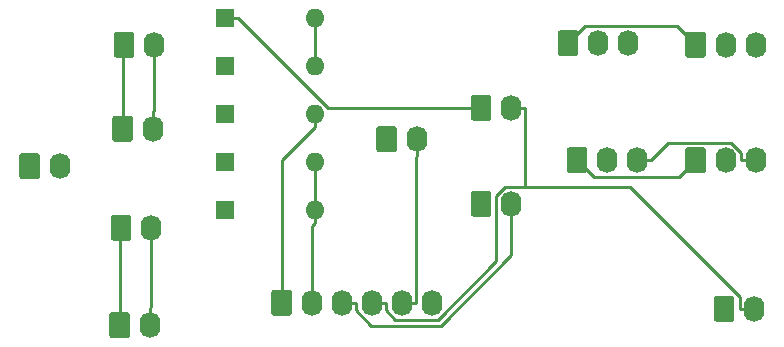
<source format=gbr>
G04 #@! TF.GenerationSoftware,KiCad,Pcbnew,(5.1.5-0-10_14)*
G04 #@! TF.CreationDate,2021-04-18T15:07:52+10:00*
G04 #@! TF.ProjectId,OH - Right Console - Forward Aux,4f48202d-2052-4696-9768-7420436f6e73,rev?*
G04 #@! TF.SameCoordinates,Original*
G04 #@! TF.FileFunction,Copper,L2,Bot*
G04 #@! TF.FilePolarity,Positive*
%FSLAX46Y46*%
G04 Gerber Fmt 4.6, Leading zero omitted, Abs format (unit mm)*
G04 Created by KiCad (PCBNEW (5.1.5-0-10_14)) date 2021-04-18 15:07:52*
%MOMM*%
%LPD*%
G04 APERTURE LIST*
%ADD10O,1.740000X2.200000*%
%ADD11C,0.100000*%
%ADD12O,1.600000X1.600000*%
%ADD13R,1.600000X1.600000*%
%ADD14C,0.250000*%
G04 APERTURE END LIST*
D10*
X141859000Y-91948000D03*
G04 #@! TA.AperFunction,ComponentPad*
D11*
G36*
X139963505Y-90849204D02*
G01*
X139987773Y-90852804D01*
X140011572Y-90858765D01*
X140034671Y-90867030D01*
X140056850Y-90877520D01*
X140077893Y-90890132D01*
X140097599Y-90904747D01*
X140115777Y-90921223D01*
X140132253Y-90939401D01*
X140146868Y-90959107D01*
X140159480Y-90980150D01*
X140169970Y-91002329D01*
X140178235Y-91025428D01*
X140184196Y-91049227D01*
X140187796Y-91073495D01*
X140189000Y-91097999D01*
X140189000Y-92798001D01*
X140187796Y-92822505D01*
X140184196Y-92846773D01*
X140178235Y-92870572D01*
X140169970Y-92893671D01*
X140159480Y-92915850D01*
X140146868Y-92936893D01*
X140132253Y-92956599D01*
X140115777Y-92974777D01*
X140097599Y-92991253D01*
X140077893Y-93005868D01*
X140056850Y-93018480D01*
X140034671Y-93028970D01*
X140011572Y-93037235D01*
X139987773Y-93043196D01*
X139963505Y-93046796D01*
X139939001Y-93048000D01*
X138698999Y-93048000D01*
X138674495Y-93046796D01*
X138650227Y-93043196D01*
X138626428Y-93037235D01*
X138603329Y-93028970D01*
X138581150Y-93018480D01*
X138560107Y-93005868D01*
X138540401Y-92991253D01*
X138522223Y-92974777D01*
X138505747Y-92956599D01*
X138491132Y-92936893D01*
X138478520Y-92915850D01*
X138468030Y-92893671D01*
X138459765Y-92870572D01*
X138453804Y-92846773D01*
X138450204Y-92822505D01*
X138449000Y-92798001D01*
X138449000Y-91097999D01*
X138450204Y-91073495D01*
X138453804Y-91049227D01*
X138459765Y-91025428D01*
X138468030Y-91002329D01*
X138478520Y-90980150D01*
X138491132Y-90959107D01*
X138505747Y-90939401D01*
X138522223Y-90921223D01*
X138540401Y-90904747D01*
X138560107Y-90890132D01*
X138581150Y-90877520D01*
X138603329Y-90867030D01*
X138626428Y-90858765D01*
X138650227Y-90852804D01*
X138674495Y-90849204D01*
X138698999Y-90848000D01*
X139939001Y-90848000D01*
X139963505Y-90849204D01*
G37*
G04 #@! TD.AperFunction*
D10*
X143129000Y-105791000D03*
X140589000Y-105791000D03*
X138049000Y-105791000D03*
X135509000Y-105791000D03*
X132969000Y-105791000D03*
G04 #@! TA.AperFunction,ComponentPad*
D11*
G36*
X131073505Y-104692204D02*
G01*
X131097773Y-104695804D01*
X131121572Y-104701765D01*
X131144671Y-104710030D01*
X131166850Y-104720520D01*
X131187893Y-104733132D01*
X131207599Y-104747747D01*
X131225777Y-104764223D01*
X131242253Y-104782401D01*
X131256868Y-104802107D01*
X131269480Y-104823150D01*
X131279970Y-104845329D01*
X131288235Y-104868428D01*
X131294196Y-104892227D01*
X131297796Y-104916495D01*
X131299000Y-104940999D01*
X131299000Y-106641001D01*
X131297796Y-106665505D01*
X131294196Y-106689773D01*
X131288235Y-106713572D01*
X131279970Y-106736671D01*
X131269480Y-106758850D01*
X131256868Y-106779893D01*
X131242253Y-106799599D01*
X131225777Y-106817777D01*
X131207599Y-106834253D01*
X131187893Y-106848868D01*
X131166850Y-106861480D01*
X131144671Y-106871970D01*
X131121572Y-106880235D01*
X131097773Y-106886196D01*
X131073505Y-106889796D01*
X131049001Y-106891000D01*
X129808999Y-106891000D01*
X129784495Y-106889796D01*
X129760227Y-106886196D01*
X129736428Y-106880235D01*
X129713329Y-106871970D01*
X129691150Y-106861480D01*
X129670107Y-106848868D01*
X129650401Y-106834253D01*
X129632223Y-106817777D01*
X129615747Y-106799599D01*
X129601132Y-106779893D01*
X129588520Y-106758850D01*
X129578030Y-106736671D01*
X129569765Y-106713572D01*
X129563804Y-106689773D01*
X129560204Y-106665505D01*
X129559000Y-106641001D01*
X129559000Y-104940999D01*
X129560204Y-104916495D01*
X129563804Y-104892227D01*
X129569765Y-104868428D01*
X129578030Y-104845329D01*
X129588520Y-104823150D01*
X129601132Y-104802107D01*
X129615747Y-104782401D01*
X129632223Y-104764223D01*
X129650401Y-104747747D01*
X129670107Y-104733132D01*
X129691150Y-104720520D01*
X129713329Y-104710030D01*
X129736428Y-104701765D01*
X129760227Y-104695804D01*
X129784495Y-104692204D01*
X129808999Y-104691000D01*
X131049001Y-104691000D01*
X131073505Y-104692204D01*
G37*
G04 #@! TD.AperFunction*
D12*
X133223000Y-89789000D03*
D13*
X125603000Y-89789000D03*
D10*
X170561000Y-83947000D03*
X168021000Y-83947000D03*
G04 #@! TA.AperFunction,ComponentPad*
D11*
G36*
X166125505Y-82848204D02*
G01*
X166149773Y-82851804D01*
X166173572Y-82857765D01*
X166196671Y-82866030D01*
X166218850Y-82876520D01*
X166239893Y-82889132D01*
X166259599Y-82903747D01*
X166277777Y-82920223D01*
X166294253Y-82938401D01*
X166308868Y-82958107D01*
X166321480Y-82979150D01*
X166331970Y-83001329D01*
X166340235Y-83024428D01*
X166346196Y-83048227D01*
X166349796Y-83072495D01*
X166351000Y-83096999D01*
X166351000Y-84797001D01*
X166349796Y-84821505D01*
X166346196Y-84845773D01*
X166340235Y-84869572D01*
X166331970Y-84892671D01*
X166321480Y-84914850D01*
X166308868Y-84935893D01*
X166294253Y-84955599D01*
X166277777Y-84973777D01*
X166259599Y-84990253D01*
X166239893Y-85004868D01*
X166218850Y-85017480D01*
X166196671Y-85027970D01*
X166173572Y-85036235D01*
X166149773Y-85042196D01*
X166125505Y-85045796D01*
X166101001Y-85047000D01*
X164860999Y-85047000D01*
X164836495Y-85045796D01*
X164812227Y-85042196D01*
X164788428Y-85036235D01*
X164765329Y-85027970D01*
X164743150Y-85017480D01*
X164722107Y-85004868D01*
X164702401Y-84990253D01*
X164684223Y-84973777D01*
X164667747Y-84955599D01*
X164653132Y-84935893D01*
X164640520Y-84914850D01*
X164630030Y-84892671D01*
X164621765Y-84869572D01*
X164615804Y-84845773D01*
X164612204Y-84821505D01*
X164611000Y-84797001D01*
X164611000Y-83096999D01*
X164612204Y-83072495D01*
X164615804Y-83048227D01*
X164621765Y-83024428D01*
X164630030Y-83001329D01*
X164640520Y-82979150D01*
X164653132Y-82958107D01*
X164667747Y-82938401D01*
X164684223Y-82920223D01*
X164702401Y-82903747D01*
X164722107Y-82889132D01*
X164743150Y-82876520D01*
X164765329Y-82866030D01*
X164788428Y-82857765D01*
X164812227Y-82851804D01*
X164836495Y-82848204D01*
X164860999Y-82847000D01*
X166101001Y-82847000D01*
X166125505Y-82848204D01*
G37*
G04 #@! TD.AperFunction*
D10*
X170434000Y-106299000D03*
G04 #@! TA.AperFunction,ComponentPad*
D11*
G36*
X168538505Y-105200204D02*
G01*
X168562773Y-105203804D01*
X168586572Y-105209765D01*
X168609671Y-105218030D01*
X168631850Y-105228520D01*
X168652893Y-105241132D01*
X168672599Y-105255747D01*
X168690777Y-105272223D01*
X168707253Y-105290401D01*
X168721868Y-105310107D01*
X168734480Y-105331150D01*
X168744970Y-105353329D01*
X168753235Y-105376428D01*
X168759196Y-105400227D01*
X168762796Y-105424495D01*
X168764000Y-105448999D01*
X168764000Y-107149001D01*
X168762796Y-107173505D01*
X168759196Y-107197773D01*
X168753235Y-107221572D01*
X168744970Y-107244671D01*
X168734480Y-107266850D01*
X168721868Y-107287893D01*
X168707253Y-107307599D01*
X168690777Y-107325777D01*
X168672599Y-107342253D01*
X168652893Y-107356868D01*
X168631850Y-107369480D01*
X168609671Y-107379970D01*
X168586572Y-107388235D01*
X168562773Y-107394196D01*
X168538505Y-107397796D01*
X168514001Y-107399000D01*
X167273999Y-107399000D01*
X167249495Y-107397796D01*
X167225227Y-107394196D01*
X167201428Y-107388235D01*
X167178329Y-107379970D01*
X167156150Y-107369480D01*
X167135107Y-107356868D01*
X167115401Y-107342253D01*
X167097223Y-107325777D01*
X167080747Y-107307599D01*
X167066132Y-107287893D01*
X167053520Y-107266850D01*
X167043030Y-107244671D01*
X167034765Y-107221572D01*
X167028804Y-107197773D01*
X167025204Y-107173505D01*
X167024000Y-107149001D01*
X167024000Y-105448999D01*
X167025204Y-105424495D01*
X167028804Y-105400227D01*
X167034765Y-105376428D01*
X167043030Y-105353329D01*
X167053520Y-105331150D01*
X167066132Y-105310107D01*
X167080747Y-105290401D01*
X167097223Y-105272223D01*
X167115401Y-105255747D01*
X167135107Y-105241132D01*
X167156150Y-105228520D01*
X167178329Y-105218030D01*
X167201428Y-105209765D01*
X167225227Y-105203804D01*
X167249495Y-105200204D01*
X167273999Y-105199000D01*
X168514001Y-105199000D01*
X168538505Y-105200204D01*
G37*
G04 #@! TD.AperFunction*
D10*
X149860000Y-97409000D03*
G04 #@! TA.AperFunction,ComponentPad*
D11*
G36*
X147964505Y-96310204D02*
G01*
X147988773Y-96313804D01*
X148012572Y-96319765D01*
X148035671Y-96328030D01*
X148057850Y-96338520D01*
X148078893Y-96351132D01*
X148098599Y-96365747D01*
X148116777Y-96382223D01*
X148133253Y-96400401D01*
X148147868Y-96420107D01*
X148160480Y-96441150D01*
X148170970Y-96463329D01*
X148179235Y-96486428D01*
X148185196Y-96510227D01*
X148188796Y-96534495D01*
X148190000Y-96558999D01*
X148190000Y-98259001D01*
X148188796Y-98283505D01*
X148185196Y-98307773D01*
X148179235Y-98331572D01*
X148170970Y-98354671D01*
X148160480Y-98376850D01*
X148147868Y-98397893D01*
X148133253Y-98417599D01*
X148116777Y-98435777D01*
X148098599Y-98452253D01*
X148078893Y-98466868D01*
X148057850Y-98479480D01*
X148035671Y-98489970D01*
X148012572Y-98498235D01*
X147988773Y-98504196D01*
X147964505Y-98507796D01*
X147940001Y-98509000D01*
X146699999Y-98509000D01*
X146675495Y-98507796D01*
X146651227Y-98504196D01*
X146627428Y-98498235D01*
X146604329Y-98489970D01*
X146582150Y-98479480D01*
X146561107Y-98466868D01*
X146541401Y-98452253D01*
X146523223Y-98435777D01*
X146506747Y-98417599D01*
X146492132Y-98397893D01*
X146479520Y-98376850D01*
X146469030Y-98354671D01*
X146460765Y-98331572D01*
X146454804Y-98307773D01*
X146451204Y-98283505D01*
X146450000Y-98259001D01*
X146450000Y-96558999D01*
X146451204Y-96534495D01*
X146454804Y-96510227D01*
X146460765Y-96486428D01*
X146469030Y-96463329D01*
X146479520Y-96441150D01*
X146492132Y-96420107D01*
X146506747Y-96400401D01*
X146523223Y-96382223D01*
X146541401Y-96365747D01*
X146561107Y-96351132D01*
X146582150Y-96338520D01*
X146604329Y-96328030D01*
X146627428Y-96319765D01*
X146651227Y-96313804D01*
X146675495Y-96310204D01*
X146699999Y-96309000D01*
X147940001Y-96309000D01*
X147964505Y-96310204D01*
G37*
G04 #@! TD.AperFunction*
D10*
X149860000Y-89281000D03*
G04 #@! TA.AperFunction,ComponentPad*
D11*
G36*
X147964505Y-88182204D02*
G01*
X147988773Y-88185804D01*
X148012572Y-88191765D01*
X148035671Y-88200030D01*
X148057850Y-88210520D01*
X148078893Y-88223132D01*
X148098599Y-88237747D01*
X148116777Y-88254223D01*
X148133253Y-88272401D01*
X148147868Y-88292107D01*
X148160480Y-88313150D01*
X148170970Y-88335329D01*
X148179235Y-88358428D01*
X148185196Y-88382227D01*
X148188796Y-88406495D01*
X148190000Y-88430999D01*
X148190000Y-90131001D01*
X148188796Y-90155505D01*
X148185196Y-90179773D01*
X148179235Y-90203572D01*
X148170970Y-90226671D01*
X148160480Y-90248850D01*
X148147868Y-90269893D01*
X148133253Y-90289599D01*
X148116777Y-90307777D01*
X148098599Y-90324253D01*
X148078893Y-90338868D01*
X148057850Y-90351480D01*
X148035671Y-90361970D01*
X148012572Y-90370235D01*
X147988773Y-90376196D01*
X147964505Y-90379796D01*
X147940001Y-90381000D01*
X146699999Y-90381000D01*
X146675495Y-90379796D01*
X146651227Y-90376196D01*
X146627428Y-90370235D01*
X146604329Y-90361970D01*
X146582150Y-90351480D01*
X146561107Y-90338868D01*
X146541401Y-90324253D01*
X146523223Y-90307777D01*
X146506747Y-90289599D01*
X146492132Y-90269893D01*
X146479520Y-90248850D01*
X146469030Y-90226671D01*
X146460765Y-90203572D01*
X146454804Y-90179773D01*
X146451204Y-90155505D01*
X146450000Y-90131001D01*
X146450000Y-88430999D01*
X146451204Y-88406495D01*
X146454804Y-88382227D01*
X146460765Y-88358428D01*
X146469030Y-88335329D01*
X146479520Y-88313150D01*
X146492132Y-88292107D01*
X146506747Y-88272401D01*
X146523223Y-88254223D01*
X146541401Y-88237747D01*
X146561107Y-88223132D01*
X146582150Y-88210520D01*
X146604329Y-88200030D01*
X146627428Y-88191765D01*
X146651227Y-88185804D01*
X146675495Y-88182204D01*
X146699999Y-88181000D01*
X147940001Y-88181000D01*
X147964505Y-88182204D01*
G37*
G04 #@! TD.AperFunction*
D10*
X111633000Y-94234000D03*
G04 #@! TA.AperFunction,ComponentPad*
D11*
G36*
X109737505Y-93135204D02*
G01*
X109761773Y-93138804D01*
X109785572Y-93144765D01*
X109808671Y-93153030D01*
X109830850Y-93163520D01*
X109851893Y-93176132D01*
X109871599Y-93190747D01*
X109889777Y-93207223D01*
X109906253Y-93225401D01*
X109920868Y-93245107D01*
X109933480Y-93266150D01*
X109943970Y-93288329D01*
X109952235Y-93311428D01*
X109958196Y-93335227D01*
X109961796Y-93359495D01*
X109963000Y-93383999D01*
X109963000Y-95084001D01*
X109961796Y-95108505D01*
X109958196Y-95132773D01*
X109952235Y-95156572D01*
X109943970Y-95179671D01*
X109933480Y-95201850D01*
X109920868Y-95222893D01*
X109906253Y-95242599D01*
X109889777Y-95260777D01*
X109871599Y-95277253D01*
X109851893Y-95291868D01*
X109830850Y-95304480D01*
X109808671Y-95314970D01*
X109785572Y-95323235D01*
X109761773Y-95329196D01*
X109737505Y-95332796D01*
X109713001Y-95334000D01*
X108472999Y-95334000D01*
X108448495Y-95332796D01*
X108424227Y-95329196D01*
X108400428Y-95323235D01*
X108377329Y-95314970D01*
X108355150Y-95304480D01*
X108334107Y-95291868D01*
X108314401Y-95277253D01*
X108296223Y-95260777D01*
X108279747Y-95242599D01*
X108265132Y-95222893D01*
X108252520Y-95201850D01*
X108242030Y-95179671D01*
X108233765Y-95156572D01*
X108227804Y-95132773D01*
X108224204Y-95108505D01*
X108223000Y-95084001D01*
X108223000Y-93383999D01*
X108224204Y-93359495D01*
X108227804Y-93335227D01*
X108233765Y-93311428D01*
X108242030Y-93288329D01*
X108252520Y-93266150D01*
X108265132Y-93245107D01*
X108279747Y-93225401D01*
X108296223Y-93207223D01*
X108314401Y-93190747D01*
X108334107Y-93176132D01*
X108355150Y-93163520D01*
X108377329Y-93153030D01*
X108400428Y-93144765D01*
X108424227Y-93138804D01*
X108448495Y-93135204D01*
X108472999Y-93134000D01*
X109713001Y-93134000D01*
X109737505Y-93135204D01*
G37*
G04 #@! TD.AperFunction*
D10*
X160528000Y-93726000D03*
X157988000Y-93726000D03*
G04 #@! TA.AperFunction,ComponentPad*
D11*
G36*
X156092505Y-92627204D02*
G01*
X156116773Y-92630804D01*
X156140572Y-92636765D01*
X156163671Y-92645030D01*
X156185850Y-92655520D01*
X156206893Y-92668132D01*
X156226599Y-92682747D01*
X156244777Y-92699223D01*
X156261253Y-92717401D01*
X156275868Y-92737107D01*
X156288480Y-92758150D01*
X156298970Y-92780329D01*
X156307235Y-92803428D01*
X156313196Y-92827227D01*
X156316796Y-92851495D01*
X156318000Y-92875999D01*
X156318000Y-94576001D01*
X156316796Y-94600505D01*
X156313196Y-94624773D01*
X156307235Y-94648572D01*
X156298970Y-94671671D01*
X156288480Y-94693850D01*
X156275868Y-94714893D01*
X156261253Y-94734599D01*
X156244777Y-94752777D01*
X156226599Y-94769253D01*
X156206893Y-94783868D01*
X156185850Y-94796480D01*
X156163671Y-94806970D01*
X156140572Y-94815235D01*
X156116773Y-94821196D01*
X156092505Y-94824796D01*
X156068001Y-94826000D01*
X154827999Y-94826000D01*
X154803495Y-94824796D01*
X154779227Y-94821196D01*
X154755428Y-94815235D01*
X154732329Y-94806970D01*
X154710150Y-94796480D01*
X154689107Y-94783868D01*
X154669401Y-94769253D01*
X154651223Y-94752777D01*
X154634747Y-94734599D01*
X154620132Y-94714893D01*
X154607520Y-94693850D01*
X154597030Y-94671671D01*
X154588765Y-94648572D01*
X154582804Y-94624773D01*
X154579204Y-94600505D01*
X154578000Y-94576001D01*
X154578000Y-92875999D01*
X154579204Y-92851495D01*
X154582804Y-92827227D01*
X154588765Y-92803428D01*
X154597030Y-92780329D01*
X154607520Y-92758150D01*
X154620132Y-92737107D01*
X154634747Y-92717401D01*
X154651223Y-92699223D01*
X154669401Y-92682747D01*
X154689107Y-92668132D01*
X154710150Y-92655520D01*
X154732329Y-92645030D01*
X154755428Y-92636765D01*
X154779227Y-92630804D01*
X154803495Y-92627204D01*
X154827999Y-92626000D01*
X156068001Y-92626000D01*
X156092505Y-92627204D01*
G37*
G04 #@! TD.AperFunction*
D10*
X159766000Y-83820000D03*
X157226000Y-83820000D03*
G04 #@! TA.AperFunction,ComponentPad*
D11*
G36*
X155330505Y-82721204D02*
G01*
X155354773Y-82724804D01*
X155378572Y-82730765D01*
X155401671Y-82739030D01*
X155423850Y-82749520D01*
X155444893Y-82762132D01*
X155464599Y-82776747D01*
X155482777Y-82793223D01*
X155499253Y-82811401D01*
X155513868Y-82831107D01*
X155526480Y-82852150D01*
X155536970Y-82874329D01*
X155545235Y-82897428D01*
X155551196Y-82921227D01*
X155554796Y-82945495D01*
X155556000Y-82969999D01*
X155556000Y-84670001D01*
X155554796Y-84694505D01*
X155551196Y-84718773D01*
X155545235Y-84742572D01*
X155536970Y-84765671D01*
X155526480Y-84787850D01*
X155513868Y-84808893D01*
X155499253Y-84828599D01*
X155482777Y-84846777D01*
X155464599Y-84863253D01*
X155444893Y-84877868D01*
X155423850Y-84890480D01*
X155401671Y-84900970D01*
X155378572Y-84909235D01*
X155354773Y-84915196D01*
X155330505Y-84918796D01*
X155306001Y-84920000D01*
X154065999Y-84920000D01*
X154041495Y-84918796D01*
X154017227Y-84915196D01*
X153993428Y-84909235D01*
X153970329Y-84900970D01*
X153948150Y-84890480D01*
X153927107Y-84877868D01*
X153907401Y-84863253D01*
X153889223Y-84846777D01*
X153872747Y-84828599D01*
X153858132Y-84808893D01*
X153845520Y-84787850D01*
X153835030Y-84765671D01*
X153826765Y-84742572D01*
X153820804Y-84718773D01*
X153817204Y-84694505D01*
X153816000Y-84670001D01*
X153816000Y-82969999D01*
X153817204Y-82945495D01*
X153820804Y-82921227D01*
X153826765Y-82897428D01*
X153835030Y-82874329D01*
X153845520Y-82852150D01*
X153858132Y-82831107D01*
X153872747Y-82811401D01*
X153889223Y-82793223D01*
X153907401Y-82776747D01*
X153927107Y-82762132D01*
X153948150Y-82749520D01*
X153970329Y-82739030D01*
X153993428Y-82730765D01*
X154017227Y-82724804D01*
X154041495Y-82721204D01*
X154065999Y-82720000D01*
X155306001Y-82720000D01*
X155330505Y-82721204D01*
G37*
G04 #@! TD.AperFunction*
D10*
X119634000Y-83947000D03*
G04 #@! TA.AperFunction,ComponentPad*
D11*
G36*
X117738505Y-82848204D02*
G01*
X117762773Y-82851804D01*
X117786572Y-82857765D01*
X117809671Y-82866030D01*
X117831850Y-82876520D01*
X117852893Y-82889132D01*
X117872599Y-82903747D01*
X117890777Y-82920223D01*
X117907253Y-82938401D01*
X117921868Y-82958107D01*
X117934480Y-82979150D01*
X117944970Y-83001329D01*
X117953235Y-83024428D01*
X117959196Y-83048227D01*
X117962796Y-83072495D01*
X117964000Y-83096999D01*
X117964000Y-84797001D01*
X117962796Y-84821505D01*
X117959196Y-84845773D01*
X117953235Y-84869572D01*
X117944970Y-84892671D01*
X117934480Y-84914850D01*
X117921868Y-84935893D01*
X117907253Y-84955599D01*
X117890777Y-84973777D01*
X117872599Y-84990253D01*
X117852893Y-85004868D01*
X117831850Y-85017480D01*
X117809671Y-85027970D01*
X117786572Y-85036235D01*
X117762773Y-85042196D01*
X117738505Y-85045796D01*
X117714001Y-85047000D01*
X116473999Y-85047000D01*
X116449495Y-85045796D01*
X116425227Y-85042196D01*
X116401428Y-85036235D01*
X116378329Y-85027970D01*
X116356150Y-85017480D01*
X116335107Y-85004868D01*
X116315401Y-84990253D01*
X116297223Y-84973777D01*
X116280747Y-84955599D01*
X116266132Y-84935893D01*
X116253520Y-84914850D01*
X116243030Y-84892671D01*
X116234765Y-84869572D01*
X116228804Y-84845773D01*
X116225204Y-84821505D01*
X116224000Y-84797001D01*
X116224000Y-83096999D01*
X116225204Y-83072495D01*
X116228804Y-83048227D01*
X116234765Y-83024428D01*
X116243030Y-83001329D01*
X116253520Y-82979150D01*
X116266132Y-82958107D01*
X116280747Y-82938401D01*
X116297223Y-82920223D01*
X116315401Y-82903747D01*
X116335107Y-82889132D01*
X116356150Y-82876520D01*
X116378329Y-82866030D01*
X116401428Y-82857765D01*
X116425227Y-82851804D01*
X116449495Y-82848204D01*
X116473999Y-82847000D01*
X117714001Y-82847000D01*
X117738505Y-82848204D01*
G37*
G04 #@! TD.AperFunction*
D10*
X170561000Y-93726000D03*
X168021000Y-93726000D03*
G04 #@! TA.AperFunction,ComponentPad*
D11*
G36*
X166125505Y-92627204D02*
G01*
X166149773Y-92630804D01*
X166173572Y-92636765D01*
X166196671Y-92645030D01*
X166218850Y-92655520D01*
X166239893Y-92668132D01*
X166259599Y-92682747D01*
X166277777Y-92699223D01*
X166294253Y-92717401D01*
X166308868Y-92737107D01*
X166321480Y-92758150D01*
X166331970Y-92780329D01*
X166340235Y-92803428D01*
X166346196Y-92827227D01*
X166349796Y-92851495D01*
X166351000Y-92875999D01*
X166351000Y-94576001D01*
X166349796Y-94600505D01*
X166346196Y-94624773D01*
X166340235Y-94648572D01*
X166331970Y-94671671D01*
X166321480Y-94693850D01*
X166308868Y-94714893D01*
X166294253Y-94734599D01*
X166277777Y-94752777D01*
X166259599Y-94769253D01*
X166239893Y-94783868D01*
X166218850Y-94796480D01*
X166196671Y-94806970D01*
X166173572Y-94815235D01*
X166149773Y-94821196D01*
X166125505Y-94824796D01*
X166101001Y-94826000D01*
X164860999Y-94826000D01*
X164836495Y-94824796D01*
X164812227Y-94821196D01*
X164788428Y-94815235D01*
X164765329Y-94806970D01*
X164743150Y-94796480D01*
X164722107Y-94783868D01*
X164702401Y-94769253D01*
X164684223Y-94752777D01*
X164667747Y-94734599D01*
X164653132Y-94714893D01*
X164640520Y-94693850D01*
X164630030Y-94671671D01*
X164621765Y-94648572D01*
X164615804Y-94624773D01*
X164612204Y-94600505D01*
X164611000Y-94576001D01*
X164611000Y-92875999D01*
X164612204Y-92851495D01*
X164615804Y-92827227D01*
X164621765Y-92803428D01*
X164630030Y-92780329D01*
X164640520Y-92758150D01*
X164653132Y-92737107D01*
X164667747Y-92717401D01*
X164684223Y-92699223D01*
X164702401Y-92682747D01*
X164722107Y-92668132D01*
X164743150Y-92655520D01*
X164765329Y-92645030D01*
X164788428Y-92636765D01*
X164812227Y-92630804D01*
X164836495Y-92627204D01*
X164860999Y-92626000D01*
X166101001Y-92626000D01*
X166125505Y-92627204D01*
G37*
G04 #@! TD.AperFunction*
D10*
X119380000Y-99441000D03*
G04 #@! TA.AperFunction,ComponentPad*
D11*
G36*
X117484505Y-98342204D02*
G01*
X117508773Y-98345804D01*
X117532572Y-98351765D01*
X117555671Y-98360030D01*
X117577850Y-98370520D01*
X117598893Y-98383132D01*
X117618599Y-98397747D01*
X117636777Y-98414223D01*
X117653253Y-98432401D01*
X117667868Y-98452107D01*
X117680480Y-98473150D01*
X117690970Y-98495329D01*
X117699235Y-98518428D01*
X117705196Y-98542227D01*
X117708796Y-98566495D01*
X117710000Y-98590999D01*
X117710000Y-100291001D01*
X117708796Y-100315505D01*
X117705196Y-100339773D01*
X117699235Y-100363572D01*
X117690970Y-100386671D01*
X117680480Y-100408850D01*
X117667868Y-100429893D01*
X117653253Y-100449599D01*
X117636777Y-100467777D01*
X117618599Y-100484253D01*
X117598893Y-100498868D01*
X117577850Y-100511480D01*
X117555671Y-100521970D01*
X117532572Y-100530235D01*
X117508773Y-100536196D01*
X117484505Y-100539796D01*
X117460001Y-100541000D01*
X116219999Y-100541000D01*
X116195495Y-100539796D01*
X116171227Y-100536196D01*
X116147428Y-100530235D01*
X116124329Y-100521970D01*
X116102150Y-100511480D01*
X116081107Y-100498868D01*
X116061401Y-100484253D01*
X116043223Y-100467777D01*
X116026747Y-100449599D01*
X116012132Y-100429893D01*
X115999520Y-100408850D01*
X115989030Y-100386671D01*
X115980765Y-100363572D01*
X115974804Y-100339773D01*
X115971204Y-100315505D01*
X115970000Y-100291001D01*
X115970000Y-98590999D01*
X115971204Y-98566495D01*
X115974804Y-98542227D01*
X115980765Y-98518428D01*
X115989030Y-98495329D01*
X115999520Y-98473150D01*
X116012132Y-98452107D01*
X116026747Y-98432401D01*
X116043223Y-98414223D01*
X116061401Y-98397747D01*
X116081107Y-98383132D01*
X116102150Y-98370520D01*
X116124329Y-98360030D01*
X116147428Y-98351765D01*
X116171227Y-98345804D01*
X116195495Y-98342204D01*
X116219999Y-98341000D01*
X117460001Y-98341000D01*
X117484505Y-98342204D01*
G37*
G04 #@! TD.AperFunction*
D10*
X119507000Y-91059000D03*
G04 #@! TA.AperFunction,ComponentPad*
D11*
G36*
X117611505Y-89960204D02*
G01*
X117635773Y-89963804D01*
X117659572Y-89969765D01*
X117682671Y-89978030D01*
X117704850Y-89988520D01*
X117725893Y-90001132D01*
X117745599Y-90015747D01*
X117763777Y-90032223D01*
X117780253Y-90050401D01*
X117794868Y-90070107D01*
X117807480Y-90091150D01*
X117817970Y-90113329D01*
X117826235Y-90136428D01*
X117832196Y-90160227D01*
X117835796Y-90184495D01*
X117837000Y-90208999D01*
X117837000Y-91909001D01*
X117835796Y-91933505D01*
X117832196Y-91957773D01*
X117826235Y-91981572D01*
X117817970Y-92004671D01*
X117807480Y-92026850D01*
X117794868Y-92047893D01*
X117780253Y-92067599D01*
X117763777Y-92085777D01*
X117745599Y-92102253D01*
X117725893Y-92116868D01*
X117704850Y-92129480D01*
X117682671Y-92139970D01*
X117659572Y-92148235D01*
X117635773Y-92154196D01*
X117611505Y-92157796D01*
X117587001Y-92159000D01*
X116346999Y-92159000D01*
X116322495Y-92157796D01*
X116298227Y-92154196D01*
X116274428Y-92148235D01*
X116251329Y-92139970D01*
X116229150Y-92129480D01*
X116208107Y-92116868D01*
X116188401Y-92102253D01*
X116170223Y-92085777D01*
X116153747Y-92067599D01*
X116139132Y-92047893D01*
X116126520Y-92026850D01*
X116116030Y-92004671D01*
X116107765Y-91981572D01*
X116101804Y-91957773D01*
X116098204Y-91933505D01*
X116097000Y-91909001D01*
X116097000Y-90208999D01*
X116098204Y-90184495D01*
X116101804Y-90160227D01*
X116107765Y-90136428D01*
X116116030Y-90113329D01*
X116126520Y-90091150D01*
X116139132Y-90070107D01*
X116153747Y-90050401D01*
X116170223Y-90032223D01*
X116188401Y-90015747D01*
X116208107Y-90001132D01*
X116229150Y-89988520D01*
X116251329Y-89978030D01*
X116274428Y-89969765D01*
X116298227Y-89963804D01*
X116322495Y-89960204D01*
X116346999Y-89959000D01*
X117587001Y-89959000D01*
X117611505Y-89960204D01*
G37*
G04 #@! TD.AperFunction*
D10*
X119253000Y-107696000D03*
G04 #@! TA.AperFunction,ComponentPad*
D11*
G36*
X117357505Y-106597204D02*
G01*
X117381773Y-106600804D01*
X117405572Y-106606765D01*
X117428671Y-106615030D01*
X117450850Y-106625520D01*
X117471893Y-106638132D01*
X117491599Y-106652747D01*
X117509777Y-106669223D01*
X117526253Y-106687401D01*
X117540868Y-106707107D01*
X117553480Y-106728150D01*
X117563970Y-106750329D01*
X117572235Y-106773428D01*
X117578196Y-106797227D01*
X117581796Y-106821495D01*
X117583000Y-106845999D01*
X117583000Y-108546001D01*
X117581796Y-108570505D01*
X117578196Y-108594773D01*
X117572235Y-108618572D01*
X117563970Y-108641671D01*
X117553480Y-108663850D01*
X117540868Y-108684893D01*
X117526253Y-108704599D01*
X117509777Y-108722777D01*
X117491599Y-108739253D01*
X117471893Y-108753868D01*
X117450850Y-108766480D01*
X117428671Y-108776970D01*
X117405572Y-108785235D01*
X117381773Y-108791196D01*
X117357505Y-108794796D01*
X117333001Y-108796000D01*
X116092999Y-108796000D01*
X116068495Y-108794796D01*
X116044227Y-108791196D01*
X116020428Y-108785235D01*
X115997329Y-108776970D01*
X115975150Y-108766480D01*
X115954107Y-108753868D01*
X115934401Y-108739253D01*
X115916223Y-108722777D01*
X115899747Y-108704599D01*
X115885132Y-108684893D01*
X115872520Y-108663850D01*
X115862030Y-108641671D01*
X115853765Y-108618572D01*
X115847804Y-108594773D01*
X115844204Y-108570505D01*
X115843000Y-108546001D01*
X115843000Y-106845999D01*
X115844204Y-106821495D01*
X115847804Y-106797227D01*
X115853765Y-106773428D01*
X115862030Y-106750329D01*
X115872520Y-106728150D01*
X115885132Y-106707107D01*
X115899747Y-106687401D01*
X115916223Y-106669223D01*
X115934401Y-106652747D01*
X115954107Y-106638132D01*
X115975150Y-106625520D01*
X115997329Y-106615030D01*
X116020428Y-106606765D01*
X116044227Y-106600804D01*
X116068495Y-106597204D01*
X116092999Y-106596000D01*
X117333001Y-106596000D01*
X117357505Y-106597204D01*
G37*
G04 #@! TD.AperFunction*
D12*
X133223000Y-97917000D03*
D13*
X125603000Y-97917000D03*
D12*
X133223000Y-93853000D03*
D13*
X125603000Y-93853000D03*
D12*
X133223000Y-81661000D03*
D13*
X125603000Y-81661000D03*
D12*
X133223000Y-85725000D03*
D13*
X125603000Y-85725000D03*
D14*
X133223000Y-89789000D02*
X133223000Y-90914300D01*
X133223000Y-90914300D02*
X130429000Y-93708300D01*
X130429000Y-93708300D02*
X130429000Y-105791000D01*
X133223000Y-85725000D02*
X133223000Y-81661000D01*
X125603000Y-81661000D02*
X126728300Y-81661000D01*
X126728300Y-81661000D02*
X134348300Y-89281000D01*
X134348300Y-89281000D02*
X147320000Y-89281000D01*
X133223000Y-97917000D02*
X133223000Y-99042300D01*
X133223000Y-99042300D02*
X132969000Y-99296300D01*
X132969000Y-99296300D02*
X132969000Y-105791000D01*
X133223000Y-93853000D02*
X133223000Y-97917000D01*
X119253000Y-107696000D02*
X119253000Y-106270700D01*
X119253000Y-106270700D02*
X119380000Y-106143700D01*
X119380000Y-106143700D02*
X119380000Y-99441000D01*
X116713000Y-107696000D02*
X116713000Y-99568000D01*
X116713000Y-99568000D02*
X116840000Y-99441000D01*
X119507000Y-91059000D02*
X119507000Y-89633700D01*
X119507000Y-89633700D02*
X119634000Y-89506700D01*
X119634000Y-89506700D02*
X119634000Y-83947000D01*
X116967000Y-91059000D02*
X116967000Y-84074000D01*
X116967000Y-84074000D02*
X117094000Y-83947000D01*
X141859000Y-91948000D02*
X141859000Y-93373300D01*
X140589000Y-105791000D02*
X141784300Y-105791000D01*
X141784300Y-105791000D02*
X141784300Y-93448000D01*
X141784300Y-93448000D02*
X141859000Y-93373300D01*
X138049000Y-105791000D02*
X139244300Y-105791000D01*
X139244300Y-105791000D02*
X139244300Y-106388600D01*
X139244300Y-106388600D02*
X140076500Y-107220800D01*
X140076500Y-107220800D02*
X143670000Y-107220800D01*
X143670000Y-107220800D02*
X148590500Y-102300300D01*
X148590500Y-102300300D02*
X148590500Y-96729400D01*
X148590500Y-96729400D02*
X149336300Y-95983600D01*
X149336300Y-95983600D02*
X151055300Y-95983600D01*
X151055300Y-95983600D02*
X151055300Y-89281000D01*
X169238700Y-106299000D02*
X169238700Y-105327800D01*
X169238700Y-105327800D02*
X159894500Y-95983600D01*
X159894500Y-95983600D02*
X151055300Y-95983600D01*
X170434000Y-106299000D02*
X169238700Y-106299000D01*
X149860000Y-89281000D02*
X151055300Y-89281000D01*
X135509000Y-105791000D02*
X136704300Y-105791000D01*
X136704300Y-105791000D02*
X136704300Y-106388600D01*
X136704300Y-106388600D02*
X138043800Y-107728100D01*
X138043800Y-107728100D02*
X143899300Y-107728100D01*
X143899300Y-107728100D02*
X149860000Y-101767400D01*
X149860000Y-101767400D02*
X149860000Y-97409000D01*
X154686000Y-83820000D02*
X156160500Y-82345500D01*
X156160500Y-82345500D02*
X163879500Y-82345500D01*
X163879500Y-82345500D02*
X165481000Y-83947000D01*
X160528000Y-93726000D02*
X161723300Y-93726000D01*
X170561000Y-93726000D02*
X169365700Y-93726000D01*
X169365700Y-93726000D02*
X169365700Y-93128400D01*
X169365700Y-93128400D02*
X168520000Y-92282700D01*
X168520000Y-92282700D02*
X163166600Y-92282700D01*
X163166600Y-92282700D02*
X161723300Y-93726000D01*
X165481000Y-93726000D02*
X164049200Y-95157800D01*
X164049200Y-95157800D02*
X156879800Y-95157800D01*
X156879800Y-95157800D02*
X155448000Y-93726000D01*
M02*

</source>
